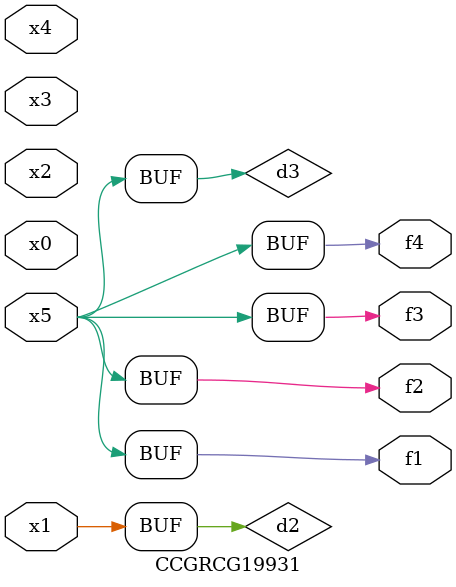
<source format=v>
module CCGRCG19931(
	input x0, x1, x2, x3, x4, x5,
	output f1, f2, f3, f4
);

	wire d1, d2, d3;

	not (d1, x5);
	or (d2, x1);
	xnor (d3, d1);
	assign f1 = d3;
	assign f2 = d3;
	assign f3 = d3;
	assign f4 = d3;
endmodule

</source>
